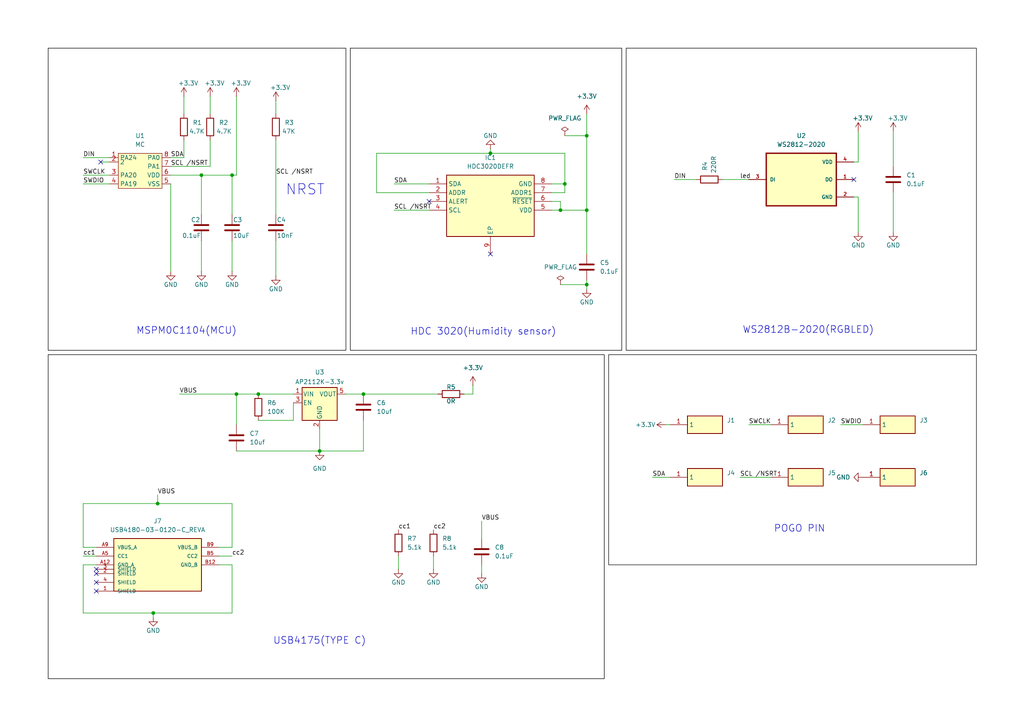
<source format=kicad_sch>
(kicad_sch (version 20250114) (generator "eeschema") (generator_version "9.0")
  (paper "A4")
  (title_block (title "MSPM0C1104_DBGA") (date "2025-07-17") (company "PCB CUPID") (comment 1 "License :  CC BY - SA 4.0"))
  (lib_symbols
    (symbol "Device:C" (pin_numbers (hide yes)) (pin_names (offset 0.254))
      (property "Reference" "C" (at 0.635 2.54 0))
      (property "Value" "C" (at 0.635 -2.54 0))
      (symbol "C_0_1"
        (polyline (pts (xy -2.032 0.762) (xy 2.032 0.762)) (stroke (width 0.508)))
        (polyline (pts (xy -2.032 -0.762) (xy 2.032 -0.762)) (stroke (width 0.508)))
      )
      (symbol "C_1_1"
        (pin passive line (at 0 3.81 270) (length 2.794) (name "~") (number "1"))
        (pin passive line (at 0 -3.81 90) (length 2.794) (name "~") (number "2"))
      )
    )
    (symbol "Device:R" (pin_numbers (hide yes)) (pin_names (offset 0))
      (property "Reference" "R" (at 2.032 0 90))
      (property "Value" "R" (at 0 0 90))
      (symbol "R_0_1"
        (rectangle (start -1.016 -2.54) (end 1.016 2.54) (stroke (width 0.254)))
      )
      (symbol "R_1_1"
        (pin passive line (at 0 3.81 270) (length 1.27) (name "~") (number "1"))
        (pin passive line (at 0 -3.81 90) (length 1.27) (name "~") (number "2"))
      )
    )
    (symbol "HDC3020DPER:HDC3020DEFR"
      (property "Reference" "IC" (at 31.75 7.62 0))
      (property "Value" "HDC3020DEFR" (at 31.75 5.08 0))
      (symbol "HDC3020DEFR_1_1"
        (rectangle (start 5.08 2.54) (end 30.48 -15.24) (stroke (width 0.254)) (fill (type background)))
        (pin passive line (at 0 0 0) (length 5.08) (name "SDA") (number "1"))
        (pin passive line (at 0 -2.54 0) (length 5.08) (name "ADDR") (number "2"))
        (pin passive line (at 0 -5.08 0) (length 5.08) (name "ALERT") (number "3"))
        (pin passive line (at 0 -7.62 0) (length 5.08) (name "SCL") (number "4"))
        (pin passive line (at 17.78 -20.32 90) (length 5.08) (name "EP") (number "9"))
        (pin passive line (at 35.56 0 180) (length 5.08) (name "GND") (number "8"))
        (pin passive line (at 35.56 -2.54 180) (length 5.08) (name "ADDR1") (number "7"))
        (pin passive line (at 35.56 -5.08 180) (length 5.08) (name "~{RESET}") (number "6"))
        (pin passive line (at 35.56 -7.62 180) (length 5.08) (name "VDD") (number "5"))
      )
    )
    (symbol "MCU_MSPM0C1104_symb:TI_MSPM0C1104"
      (property "Reference" "U1" (at 0 10.16 0))
      (property "Value" "MC" (at 0 7.62 0))
      (symbol "TI_MSPM0C1104_1_1"
        (rectangle (start -6.35 5.08) (end 6.35 -5.08) (fill (type background)))
        (pin bidirectional line (at -8.89 3.81 0) (length 2.54) (name "PA24") (number "1"))
        (pin bidirectional line (at -8.89 2.54 0) (length 2.54) (name "2") (number "2"))
        (pin bidirectional line (at -8.89 -1.27 0) (length 2.54) (name "PA20") (number "3"))
        (pin bidirectional line (at -8.89 -3.81 0) (length 2.54) (name "PA19") (number "4"))
        (pin bidirectional line (at 8.89 3.81 180) (length 2.54) (name "PA0") (number "8"))
        (pin bidirectional line (at 8.89 1.27 180) (length 2.54) (name "PA1") (number "7"))
        (pin power_in line (at 8.89 -1.27 180) (length 2.54) (name "VDD") (number "6"))
        (pin power_in line (at 8.89 -3.81 180) (length 2.54) (name "VSS") (number "5"))
      )
    )
    (symbol "RGB_LED_WS2812-2020:WS2812-2020" (pin_names (offset 1.016))
      (property "Reference" "U" (at -10.16 7.62 0))
      (property "Value" "WS2812-2020" (at -10.16 -10.16 0))
      (symbol "WS2812-2020_0_0"
        (rectangle (start -10.16 -7.62) (end 10.16 7.62) (stroke (width 0.4064)) (fill (type background)))
        (pin input line (at -15.24 0 0) (length 5.08) (name "DI") (number "3"))
        (pin power_in line (at 15.24 5.08 180) (length 5.08) (name "VDD") (number "4"))
        (pin output line (at 15.24 0 180) (length 5.08) (name "DO") (number "1"))
        (pin power_in line (at 15.24 -5.08 180) (length 5.08) (name "GND") (number "2"))
      )
    )
    (symbol "Regulator_Linear:AP2112K-3.3" (pin_names (offset 0.254))
      (property "Reference" "U" (at -5.08 5.715 0))
      (property "Value" "AP2112K-3.3" (at 0 5.715 0))
      (symbol "AP2112K-3.3_0_1"
        (rectangle (start -5.08 4.445) (end 5.08 -5.08) (stroke (width 0.254)) (fill (type background)))
      )
      (symbol "AP2112K-3.3_1_1"
        (pin power_in line (at -7.62 2.54 0) (length 2.54) (name "VIN") (number "1"))
        (pin input line (at -7.62 0 0) (length 2.54) (name "EN") (number "3"))
        (pin power_in line (at 0 -7.62 90) (length 2.54) (name "GND") (number "2"))
        (pin no_connect line (at 5.08 0 180) (length 2.54) (hide yes) (name "NC") (number "4"))
        (pin power_out line (at 7.62 2.54 180) (length 2.54) (name "VOUT") (number "5"))
      )
    )
    (symbol "TYPE_C:USB4180-03-0120-C_REVA" (pin_names (offset 1.016))
      (property "Reference" "J7" (at 0 12.7 0))
      (property "Value" "USB4180-03-0120-C_REVA" (at 0 10.16 0))
      (symbol "USB4180-03-0120-C_REVA_0_0"
        (rectangle (start -12.7 -7.62) (end 12.7 7.62) (stroke (width 0.254)) (fill (type background)))
        (pin power_in line (at -17.78 5.08 0) (length 5.08) (name "VBUS_A") (number "A9"))
        (pin bidirectional line (at -17.78 2.54 0) (length 5.08) (name "CC1") (number "A5"))
        (pin power_in line (at -17.78 0 0) (length 5.08) (name "GND_A") (number "A12"))
        (pin passive line (at -17.78 -1.27 0) (length 5.08) (name "SHIELD") (number "3"))
        (pin passive line (at -17.78 -2.54 0) (length 5.08) (name "SHIELD") (number "2"))
        (pin passive line (at -17.78 -5.08 0) (length 5.08) (name "SHIELD") (number "4"))
        (pin power_in line (at 17.78 5.08 180) (length 5.08) (name "VBUS_B") (number "B9"))
        (pin bidirectional line (at 17.78 2.54 180) (length 5.08) (name "CC2") (number "B5"))
        (pin power_in line (at 17.78 0 180) (length 5.08) (name "GND_B") (number "B12"))
      )
      (symbol "USB4180-03-0120-C_REVA_1_0"
        (pin passive line (at -17.78 -7.62 0) (length 5.08) (name "SHIELD") (number "1"))
      )
    )
    (symbol "pogosmdconn1.0x:0950-0-15-20-64-14-11-0"
      (property "Reference" "J" (at 16.51 7.62 0))
      (property "Value" "0950-0-15-20-64-14-11-0" (at 16.51 5.08 0))
      (symbol "0950-0-15-20-64-14-11-0_1_1"
        (rectangle (start 5.08 2.54) (end 15.24 -2.54) (stroke (width 0.254)) (fill (type background)))
        (pin passive line (at 0 0 0) (length 5.08) (name "1") (number "1"))
      )
    )
    (symbol "power:+3.3V" (power) (pin_numbers (hide yes)) (pin_names (offset 0) (hide yes))
      (property "Value" "+3.3V" (at 0 3.556 0))
      (symbol "+3.3V_0_1"
        (polyline (pts (xy -0.762 1.27) (xy 0 2.54)))
        (polyline (pts (xy 0 2.54) (xy 0.762 1.27)))
        (polyline (pts (xy 0 0) (xy 0 2.54)))
      )
      (symbol "+3.3V_1_1"
        (pin power_in line (at 0 0 90) (length 0) (name "~") (number "1"))
      )
    )
    (symbol "power:GND" (power) (pin_numbers (hide yes)) (pin_names (offset 0) (hide yes))
      (property "Value" "GND" (at 0 -3.81 0))
      (symbol "GND_0_1"
        (polyline (pts (xy 0 0) (xy 0 -1.27) (xy 1.27 -1.27) (xy 0 -2.54) (xy -1.27 -1.27) (xy 0 -1.27)))
      )
      (symbol "GND_1_1"
        (pin power_in line (at 0 0 270) (length 0) (name "~") (number "1"))
      )
    )
    (symbol "power:PWR_FLAG" (power) (pin_numbers (hide yes)) (pin_names (offset 0) (hide yes))
      (property "Value" "PWR_FLAG" (at 0 3.81 0))
      (symbol "PWR_FLAG_0_0"
        (pin power_out line (at 0 0 90) (length 0) (name "~") (number "1"))
      )
      (symbol "PWR_FLAG_0_1"
        (polyline (pts (xy 0 0) (xy 0 1.27) (xy -1.016 1.905) (xy 0 2.54) (xy 1.016 1.905) (xy 0 1.27)))
      )
    )
  )
  (rectangle (start 13.97 102.87) (end 175.26 196.85) (stroke (width 0) (color 0 0 0 1)))
  (rectangle (start 176.53 102.87) (end 283.21 163.83) (stroke (width 0) (color 0 0 0 1)))
  (rectangle (start 181.61 13.97) (end 283.21 101.6) (stroke (width 0) (color 0 0 0 1)))
  (rectangle (start 101.6 13.97) (end 180.34 101.6) (stroke (width 0) (color 0 0 0 1)))
  (rectangle (start 13.97 13.97) (end 100.33 101.6) (stroke (width 0) (color 0 0 0 1)))
  (text "POGO PIN\n" (at 231.902 153.416 0) (effects (font (size 2 2))))
  (text "USB4175(TYPE C)" (at 92.71 185.928 0) (effects (font (size 2 2))))
  (text "NRST " (at 89.662 55.118 0) (effects (font (size 3 3))))
  (text "HDC 3020(Humidity sensor)" (at 140.208 96.266 0) (effects (font (size 2 2))))
  (text "WS2812B-2020(RGBLED)" (at 234.442 95.758 0) (effects (font (size 2 2))))
  (text "MSPM0C1104(MCU)" (at 54.102 96.012 0) (effects (font (size 2 2))))
  (junction (at 163.83 53.34))
  (junction (at 74.93 114.3))
  (junction (at 67.31 50.8))
  (junction (at 170.18 82.55))
  (junction (at 105.41 114.3))
  (junction (at 170.18 39.37))
  (junction (at 170.18 60.96))
  (junction (at 45.72 146.05))
  (junction (at 58.42 50.8))
  (junction (at 92.71 130.81))
  (junction (at 142.24 44.45))
  (junction (at 68.58 114.3))
  (junction (at 162.56 60.96))
  (junction (at 44.45 177.8))
  (no_connect (at 142.24 73.66))
  (no_connect (at 124.46 58.42))
  (no_connect (at 27.94 171.45))
  (no_connect (at 247.65 52.07))
  (no_connect (at 27.94 165.1))
  (no_connect (at 27.94 166.37))
  (no_connect (at 27.94 168.91))
  (no_connect (at 29.21 46.99))
  (wire (pts (xy 67.31 50.8) (xy 67.31 62.23)))
  (wire (pts (xy 142.24 43.18) (xy 142.24 44.45)))
  (wire (pts (xy 105.41 121.92) (xy 105.41 130.81)))
  (wire (pts (xy 68.58 130.81) (xy 92.71 130.81)))
  (wire (pts (xy 27.94 163.83) (xy 24.13 163.83)))
  (wire (pts (xy 139.7 151.13) (xy 139.7 156.21)))
  (wire (pts (xy 44.45 177.8) (xy 67.31 177.8)))
  (wire (pts (xy 80.01 69.85) (xy 80.01 80.01)))
  (wire (pts (xy 259.08 67.31) (xy 259.08 55.88)))
  (wire (pts (xy 67.31 163.83) (xy 63.5 163.83)))
  (wire (pts (xy 163.83 53.34) (xy 163.83 55.88)))
  (wire (pts (xy 100.33 114.3) (xy 105.41 114.3)))
  (wire (pts (xy 74.93 114.3) (xy 85.09 114.3)))
  (wire (pts (xy 49.53 53.34) (xy 49.53 78.74)))
  (wire (pts (xy 24.13 50.8) (xy 31.75 50.8)))
  (wire (pts (xy 24.13 161.29) (xy 27.94 161.29)))
  (wire (pts (xy 160.02 53.34) (xy 163.83 53.34)))
  (wire (pts (xy 68.58 114.3) (xy 68.58 123.19)))
  (wire (pts (xy 60.96 48.26) (xy 49.53 48.26)))
  (wire (pts (xy 80.01 29.21) (xy 80.01 33.02)))
  (wire (pts (xy 49.53 50.8) (xy 58.42 50.8)))
  (wire (pts (xy 142.24 44.45) (xy 109.22 44.45)))
  (wire (pts (xy 137.16 114.3) (xy 134.62 114.3)))
  (wire (pts (xy 24.13 163.83) (xy 24.13 177.8)))
  (wire (pts (xy 53.34 27.94) (xy 53.34 33.02)))
  (wire (pts (xy 115.57 161.29) (xy 115.57 165.1)))
  (wire (pts (xy 53.34 40.64) (xy 53.34 45.72)))
  (wire (pts (xy 68.58 50.8) (xy 67.31 50.8)))
  (wire (pts (xy 67.31 158.75) (xy 63.5 158.75)))
  (wire (pts (xy 189.23 138.43) (xy 194.31 138.43)))
  (wire (pts (xy 24.13 177.8) (xy 44.45 177.8)))
  (wire (pts (xy 85.09 121.92) (xy 85.09 116.84)))
  (wire (pts (xy 67.31 78.74) (xy 67.31 69.85)))
  (wire (pts (xy 125.73 161.29) (xy 125.73 165.1)))
  (wire (pts (xy 139.7 166.37) (xy 139.7 163.83)))
  (wire (pts (xy 74.93 121.92) (xy 85.09 121.92)))
  (wire (pts (xy 92.71 130.81) (xy 105.41 130.81)))
  (wire (pts (xy 248.92 38.1) (xy 248.92 46.99)))
  (wire (pts (xy 92.71 124.46) (xy 92.71 130.81)))
  (wire (pts (xy 163.83 44.45) (xy 142.24 44.45)))
  (wire (pts (xy 162.56 82.55) (xy 170.18 82.55)))
  (wire (pts (xy 109.22 55.88) (xy 124.46 55.88)))
  (wire (pts (xy 193.04 123.19) (xy 194.31 123.19)))
  (wire (pts (xy 195.58 52.07) (xy 201.93 52.07)))
  (wire (pts (xy 137.16 111.76) (xy 137.16 114.3)))
  (wire (pts (xy 60.96 27.94) (xy 60.96 33.02)))
  (wire (pts (xy 52.07 114.3) (xy 68.58 114.3)))
  (wire (pts (xy 162.56 58.42) (xy 162.56 60.96)))
  (wire (pts (xy 44.45 177.8) (xy 44.45 179.07)))
  (wire (pts (xy 24.13 53.34) (xy 31.75 53.34)))
  (wire (pts (xy 53.34 45.72) (xy 49.53 45.72)))
  (wire (pts (xy 248.92 67.31) (xy 248.92 57.15)))
  (wire (pts (xy 163.83 39.37) (xy 170.18 39.37)))
  (wire (pts (xy 109.22 44.45) (xy 109.22 55.88)))
  (wire (pts (xy 162.56 60.96) (xy 170.18 60.96)))
  (wire (pts (xy 163.83 44.45) (xy 163.83 53.34)))
  (wire (pts (xy 160.02 58.42) (xy 162.56 58.42)))
  (wire (pts (xy 80.01 40.64) (xy 80.01 62.23)))
  (wire (pts (xy 259.08 38.1) (xy 259.08 48.26)))
  (wire (pts (xy 24.13 146.05) (xy 24.13 158.75)))
  (wire (pts (xy 45.72 143.51) (xy 45.72 146.05)))
  (wire (pts (xy 214.63 138.43) (xy 223.52 138.43)))
  (wire (pts (xy 58.42 62.23) (xy 58.42 50.8)))
  (wire (pts (xy 114.3 60.96) (xy 124.46 60.96)))
  (wire (pts (xy 67.31 146.05) (xy 67.31 158.75)))
  (wire (pts (xy 68.58 27.94) (xy 68.58 50.8)))
  (wire (pts (xy 248.92 46.99) (xy 247.65 46.99)))
  (wire (pts (xy 170.18 83.82) (xy 170.18 82.55)))
  (wire (pts (xy 45.72 146.05) (xy 67.31 146.05)))
  (wire (pts (xy 209.55 52.07) (xy 217.17 52.07)))
  (wire (pts (xy 105.41 114.3) (xy 127 114.3)))
  (wire (pts (xy 67.31 177.8) (xy 67.31 163.83)))
  (wire (pts (xy 58.42 78.74) (xy 58.42 69.85)))
  (wire (pts (xy 60.96 40.64) (xy 60.96 48.26)))
  (wire (pts (xy 170.18 39.37) (xy 170.18 60.96)))
  (wire (pts (xy 248.92 57.15) (xy 247.65 57.15)))
  (wire (pts (xy 217.17 123.19) (xy 223.52 123.19)))
  (wire (pts (xy 160.02 60.96) (xy 162.56 60.96)))
  (wire (pts (xy 170.18 82.55) (xy 170.18 81.28)))
  (wire (pts (xy 160.02 55.88) (xy 163.83 55.88)))
  (wire (pts (xy 68.58 114.3) (xy 74.93 114.3)))
  (wire (pts (xy 58.42 50.8) (xy 67.31 50.8)))
  (wire (pts (xy 24.13 45.72) (xy 31.75 45.72)))
  (wire (pts (xy 243.84 123.19) (xy 250.19 123.19)))
  (wire (pts (xy 170.18 39.37) (xy 170.18 33.02)))
  (wire (pts (xy 63.5 161.29) (xy 67.31 161.29)))
  (wire (pts (xy 114.3 53.34) (xy 124.46 53.34)))
  (wire (pts (xy 170.18 60.96) (xy 170.18 73.66)))
  (wire (pts (xy 24.13 158.75) (xy 27.94 158.75)))
  (wire (pts (xy 29.21 46.99) (xy 31.75 46.99)))
  (wire (pts (xy 24.13 146.05) (xy 45.72 146.05)))
  (label "VBUS" (at 45.72 143.51 0))
  (label "SWDIO" (at 24.13 53.34 0))
  (label "SCL {slash}NSRT" (at 49.53 48.26 0))
  (label "SCL {slash}NSRT" (at 114.3 60.96 0))
  (label "cc2" (at 67.31 161.29 0))
  (label "VBUS" (at 139.7 151.13 0))
  (label "SDA" (at 189.23 138.43 0))
  (label "SWCLK" (at 217.17 123.19 0))
  (label "SDA" (at 114.3 53.34 0))
  (label "SWDIO" (at 243.84 123.19 0))
  (label "SDA" (at 49.53 45.72 0))
  (label "led" (at 214.63 52.07 0))
  (label "cc1" (at 115.57 153.67 0))
  (label "SCL {slash}NSRT" (at 80.01 50.8 0))
  (label "SCL {slash}NSRT" (at 214.63 138.43 0))
  (label "DIN" (at 195.58 52.07 0))
  (label "DIN" (at 24.13 45.72 0))
  (label "SWCLK" (at 24.13 50.8 0))
  (label "cc1" (at 24.13 161.29 0))
  (label "VBUS" (at 52.07 114.3 0))
  (label "cc2" (at 125.73 153.67 0))
  (symbol (lib_id "Device:C") (at 170.18 77.47 0) (unit 1)
    (property "Reference" "C5" (at 173.99 76.1999 0) (effects (justify left)))
    (property "Value" "0.1uF" (at 173.99 78.7399 0) (effects (justify left)))
    (property "Footprint" "Capacitor_SMD:C_0201_0603Metric_Pad0.64x0.40mm_HandSolder" (effects (hide yes)))
    (property "Description" "Unpolarized capacitor" (effects (hide yes)))
  )
  (symbol (lib_id "Device:R") (at 115.57 157.48 0) (unit 1)
    (property "Reference" "R7" (at 118.11 156.2099 0) (effects (justify left)))
    (property "Value" "5.1k" (at 118.11 158.7499 0) (effects (justify left)))
    (property "Footprint" "Resistor_SMD:R_0201_0603Metric_Pad0.64x0.40mm_HandSolder" (effects (hide yes)))
    (property "Description" "Resistor" (effects (hide yes)))
  )
  (symbol (lib_id "pogosmdconn1.0x:0950-0-15-20-64-14-11-0") (at 194.31 138.43 0) (unit 1)
    (property "Reference" "J4" (at 210.82 137.1599 0) (effects (justify left)))
    (property "Value" "0950-0-15-20-64-14-11-0" (effects (hide yes)))
    (property "Footprint" "TestPoint:TestPoint_Pad_D1.0mm" (effects (hide yes)))
    (property "Datasheet" "https://www.mill-max.com/products/datasheet/pinsrecs/0950-0-15-20-64-14-11-0" (effects (hide yes)))
    (property "Description" "Terminals Low Profile SMT Spring-Loaded Pin, No Tail" (effects (hide yes)))
    (property "Height" "4.35" (effects (hide yes)))
    (property "Mouser Part Number" "575-950015206414110" (effects (hide yes)))
    (property "Mouser Price/Stock" "https://www.mouser.co.uk/ProductDetail/Mill-Max/0950-0-15-20-64-14-11-0?qs=Rp5uXu7WBW9LG1wC%2F4qaxA%3D%3D" (effects (hide yes)))
    (property "Manufacturer_Name" "Mill-Max" (effects (hide yes)))
    (property "Manufacturer_Part_Number" "0950-0-15-20-64-14-11-0" (effects (hide yes)))
  )
  (symbol (lib_id "power:+3.3V") (at 137.16 111.76 0) (unit 1)
    (property "Reference" "#PWR016" (effects (hide yes)))
    (property "Value" "+3.3V" (at 137.16 106.68 0))
    (property "Description" "Power symbol creates a global label with name \"+3.3V\"" (effects (hide yes)))
  )
  (symbol (lib_id "power:GND") (at 248.92 67.31 0) (unit 1)
    (property "Reference" "#PWR09" (effects (hide yes)))
    (property "Value" "GND" (at 248.92 71.12 0))
    (property "Description" "Power symbol creates a global label with name \"GND\" , ground" (effects (hide yes)))
  )
  (symbol (lib_id "Regulator_Linear:AP2112K-3.3") (at 92.71 116.84 0) (unit 1)
    (property "Reference" "U3" (at 92.71 107.95 0))
    (property "Value" "AP2112K-3.3v" (at 92.71 110.744 0))
    (property "Footprint" "Package_TO_SOT_SMD:SOT-23-5" (effects (hide yes)))
    (property "Datasheet" "https://www.diodes.com/assets/Datasheets/AP2112.pdf" (effects (hide yes)))
    (property "Description" "600mA low dropout linear regulator, with enable pin, 3.8V-6V input voltage range, 3.3V fixed positive output, SOT-23-5" (effects (hide yes)))
  )
  (symbol (lib_id "power:GND") (at 250.19 138.43 270) (unit 1)
    (property "Reference" "#PWR019" (effects (hide yes)))
    (property "Value" "GND" (at 246.634 138.43 90) (effects (justify right)))
    (property "Description" "Power symbol creates a global label with name \"GND\" , ground" (effects (hide yes)))
  )
  (symbol (lib_id "power:+3.3V") (at 60.96 27.94 0) (unit 1)
    (property "Reference" "#PWR02" (effects (hide yes)))
    (property "Value" "+3.3V" (at 62.23 24.13 0))
    (property "Description" "Power symbol creates a global label with name \"+3.3V\"" (effects (hide yes)))
  )
  (symbol (lib_id "power:+3.3V") (at 193.04 123.19 90) (unit 1)
    (property "Reference" "#PWR017" (effects (hide yes)))
    (property "Value" "+3.3V" (at 187.198 123.19 90))
    (property "Description" "Power symbol creates a global label with name \"+3.3V\"" (effects (hide yes)))
  )
  (symbol (lib_id "RGB_LED_WS2812-2020:WS2812-2020") (at 232.41 52.07 0) (unit 1)
    (property "Reference" "U2" (at 232.41 39.37 0))
    (property "Value" "WS2812-2020" (at 232.41 41.91 0))
    (property "Footprint" "pcp-kicad_lib:LED_WS2812-2020" (effects (hide yes)))
    (property "MF" "Worldsemi" (effects (hide yes)))
    (property "MAXIMUM_PACKAGE_HEIGHT" "0.84 mm" (effects (hide yes)))
    (property "Package" "Package" (effects (hide yes)))
    (property "Price" "None" (effects (hide yes)))
    (property "Check_prices" "https://www.snapeda.com/parts/WS2812-2020/Worldsemi/view-part/?ref=eda" (effects (hide yes)))
    (property "STANDARD" "Manufacturer Recommendations" (effects (hide yes)))
    (property "PARTREV" "V1.3" (effects (hide yes)))
    (property "SnapEDA_Link" "https://www.snapeda.com/parts/WS2812-2020/Worldsemi/view-part/?ref=snap" (effects (hide yes)))
    (property "MP" "WS2812-2020" (effects (hide yes)))
    (property "Description_1" "Intelligent control LED light source, SMD-4" (effects (hide yes)))
    (property "MANUFACTURER" "Worldsemi" (effects (hide yes)))
    (property "Availability" "Not in stock" (effects (hide yes)))
    (property "SNAPEDA_PN" "WS2812-2020" (effects (hide yes)))
  )
  (symbol (lib_id "Device:C") (at 259.08 52.07 0) (unit 1)
    (property "Reference" "C1" (at 262.89 50.7999 0) (effects (justify left)))
    (property "Value" "0.1uF" (at 262.89 53.3399 0) (effects (justify left)))
    (property "Footprint" "Capacitor_SMD:C_0201_0603Metric_Pad0.64x0.40mm_HandSolder" (effects (hide yes)))
    (property "Description" "Unpolarized capacitor" (effects (hide yes)))
  )
  (symbol (lib_id "power:GND") (at 115.57 165.1 0) (unit 1)
    (property "Reference" "#PWR020" (effects (hide yes)))
    (property "Value" "GND" (at 115.57 168.91 0))
    (property "Description" "Power symbol creates a global label with name \"GND\" , ground" (effects (hide yes)))
  )
  (symbol (lib_id "power:+3.3V") (at 53.34 27.94 0) (unit 1)
    (property "Reference" "#PWR01" (effects (hide yes)))
    (property "Value" "+3.3V" (at 54.61 24.13 0))
    (property "Description" "Power symbol creates a global label with name \"+3.3V\"" (effects (hide yes)))
  )
  (symbol (lib_id "power:+3.3V") (at 80.01 29.21 0) (unit 1)
    (property "Reference" "#PWR04" (effects (hide yes)))
    (property "Value" "+3.3V" (at 81.28 25.4 0))
    (property "Description" "Power symbol creates a global label with name \"+3.3V\"" (effects (hide yes)))
  )
  (symbol (lib_id "power:GND") (at 142.24 43.18 180) (unit 1)
    (property "Reference" "#PWR08" (effects (hide yes)))
    (property "Value" "GND" (at 142.24 39.37 0))
    (property "Description" "Power symbol creates a global label with name \"GND\" , ground" (effects (hide yes)))
  )
  (symbol (lib_id "Device:C") (at 68.58 127 0) (unit 1)
    (property "Reference" "C7" (at 72.39 125.7299 0) (effects (justify left)))
    (property "Value" "10uf" (at 72.39 128.2699 0) (effects (justify left)))
    (property "Footprint" "Capacitor_SMD:C_0201_0603Metric_Pad0.64x0.40mm_HandSolder" (effects (hide yes)))
    (property "Description" "Unpolarized capacitor" (effects (hide yes)))
  )
  (symbol (lib_id "power:GND") (at 92.71 130.81 0) (unit 1)
    (property "Reference" "#PWR018" (effects (hide yes)))
    (property "Value" "GND" (at 92.71 135.89 0))
    (property "Description" "Power symbol creates a global label with name \"GND\" , ground" (effects (hide yes)))
  )
  (symbol (lib_id "Device:C") (at 67.31 66.04 0) (unit 1)
    (property "Reference" "C3" (at 67.564 63.754 0) (effects (justify left)))
    (property "Value" "10uF" (at 67.564 68.326 0) (effects (justify left)))
    (property "Footprint" "Capacitor_SMD:C_0201_0603Metric_Pad0.64x0.40mm_HandSolder" (effects (hide yes)))
    (property "Description" "Unpolarized capacitor" (effects (hide yes)))
  )
  (symbol (lib_id "pogosmdconn1.0x:0950-0-15-20-64-14-11-0") (at 223.52 123.19 0) (unit 1)
    (property "Reference" "J2" (at 240.03 121.9199 0) (effects (justify left)))
    (property "Value" "0950-0-15-20-64-14-11-0" (effects (hide yes)))
    (property "Footprint" "TestPoint:TestPoint_Pad_D1.0mm" (effects (hide yes)))
    (property "Datasheet" "https://www.mill-max.com/products/datasheet/pinsrecs/0950-0-15-20-64-14-11-0" (effects (hide yes)))
    (property "Description" "Terminals Low Profile SMT Spring-Loaded Pin, No Tail" (effects (hide yes)))
    (property "Height" "4.35" (effects (hide yes)))
    (property "Mouser Part Number" "575-950015206414110" (effects (hide yes)))
    (property "Mouser Price/Stock" "https://www.mouser.co.uk/ProductDetail/Mill-Max/0950-0-15-20-64-14-11-0?qs=Rp5uXu7WBW9LG1wC%2F4qaxA%3D%3D" (effects (hide yes)))
    (property "Manufacturer_Name" "Mill-Max" (effects (hide yes)))
    (property "Manufacturer_Part_Number" "0950-0-15-20-64-14-11-0" (effects (hide yes)))
  )
  (symbol (lib_id "Device:R") (at 74.93 118.11 0) (unit 1)
    (property "Reference" "R6" (at 77.47 116.8399 0) (effects (justify left)))
    (property "Value" "100K" (at 77.47 119.3799 0) (effects (justify left)))
    (property "Footprint" "Resistor_SMD:R_0201_0603Metric_Pad0.64x0.40mm_HandSolder" (effects (hide yes)))
    (property "Description" "Resistor" (effects (hide yes)))
  )
  (symbol (lib_id "pogosmdconn1.0x:0950-0-15-20-64-14-11-0") (at 194.31 123.19 0) (unit 1)
    (property "Reference" "J1" (at 210.82 121.92 0) (effects (justify left)))
    (property "Value" "0950-0-15-20-64-14-11-0" (effects (hide yes)))
    (property "Footprint" "TestPoint:TestPoint_Pad_D1.0mm" (effects (hide yes)))
    (property "Datasheet" "https://www.mill-max.com/products/datasheet/pinsrecs/0950-0-15-20-64-14-11-0" (effects (hide yes)))
    (property "Description" "Terminals Low Profile SMT Spring-Loaded Pin, No Tail" (effects (hide yes)))
    (property "Height" "4.35" (effects (hide yes)))
    (property "Mouser Part Number" "575-950015206414110" (effects (hide yes)))
    (property "Mouser Price/Stock" "https://www.mouser.co.uk/ProductDetail/Mill-Max/0950-0-15-20-64-14-11-0?qs=Rp5uXu7WBW9LG1wC%2F4qaxA%3D%3D" (effects (hide yes)))
    (property "Manufacturer_Name" "Mill-Max" (effects (hide yes)))
    (property "Manufacturer_Part_Number" "0950-0-15-20-64-14-11-0" (effects (hide yes)))
  )
  (symbol (lib_id "TYPE_C:USB4180-03-0120-C_REVA") (at 45.72 163.83 0) (unit 1)
    (property "Reference" "J7" (at 45.72 151.13 0))
    (property "Value" "USB4180-03-0120-C_REVA" (at 45.72 153.67 0))
    (property "Footprint" "pcp-kicad_lib:USB4180030120C" (effects (hide yes)))
    (property "DigiKey_Part_Number" "2073-USB4180-03-0120-CTR-ND" (effects (hide yes)))
    (property "SnapEDA_Link" "https://www.snapeda.com/parts/USB4180-03-0120-C/Global+Connector+Technology/view-part/?ref=snap" (effects (hide yes)))
    (property "MAXIMUM_PACKAGE_HEIGHT" "11.16mm" (effects (hide yes)))
    (property "Package" "None" (effects (hide yes)))
    (property "Check_prices" "https://www.snapeda.com/parts/USB4180-03-0120-C/Global+Connector+Technology/view-part/?ref=eda" (effects (hide yes)))
    (property "STANDARD" "Manufacturer Recommendations" (effects (hide yes)))
    (property "PARTREV" "A" (effects (hide yes)))
    (property "MF" "Global Connector Technology" (effects (hide yes)))
    (property "MP" "USB4180-03-0120-C" (effects (hide yes)))
    (property "Description_1" "Type C USB Charging Connector" (effects (hide yes)))
    (property "SNAPEDA_PN" "USB4180-03-0120-C" (effects (hide yes)))
    (property "MANUFACTURER" "Global Connector Technology" (effects (hide yes)))
  )
  (symbol (lib_id "Device:R") (at 125.73 157.48 0) (unit 1)
    (property "Reference" "R8" (at 128.27 156.2099 0) (effects (justify left)))
    (property "Value" "5.1k" (at 128.27 158.7499 0) (effects (justify left)))
    (property "Footprint" "Resistor_SMD:R_0201_0603Metric_Pad0.64x0.40mm_HandSolder" (effects (hide yes)))
    (property "Description" "Resistor" (effects (hide yes)))
  )
  (symbol (lib_id "power:GND") (at 170.18 83.82 0) (unit 1)
    (property "Reference" "#PWR015" (effects (hide yes)))
    (property "Value" "GND" (at 170.18 87.63 0))
    (property "Description" "Power symbol creates a global label with name \"GND\" , ground" (effects (hide yes)))
  )
  (symbol (lib_id "power:GND") (at 125.73 165.1 0) (unit 1)
    (property "Reference" "#PWR021" (effects (hide yes)))
    (property "Value" "GND" (at 125.73 168.91 0))
    (property "Description" "Power symbol creates a global label with name \"GND\" , ground" (effects (hide yes)))
  )
  (symbol (lib_id "Device:C") (at 105.41 118.11 0) (unit 1)
    (property "Reference" "C6" (at 109.22 116.8399 0) (effects (justify left)))
    (property "Value" "10uf" (at 109.22 119.3799 0) (effects (justify left)))
    (property "Footprint" "Capacitor_SMD:C_0201_0603Metric_Pad0.64x0.40mm_HandSolder" (effects (hide yes)))
    (property "Description" "Unpolarized capacitor" (effects (hide yes)))
  )
  (symbol (lib_id "Device:C") (at 139.7 160.02 0) (unit 1)
    (property "Reference" "C8" (at 143.51 158.7499 0) (effects (justify left)))
    (property "Value" "0.1uF" (at 143.51 161.2899 0) (effects (justify left)))
    (property "Footprint" "Capacitor_SMD:C_0201_0603Metric_Pad0.64x0.40mm_HandSolder" (effects (hide yes)))
    (property "Description" "Unpolarized capacitor" (effects (hide yes)))
  )
  (symbol (lib_id "pogosmdconn1.0x:0950-0-15-20-64-14-11-0") (at 250.19 138.43 0) (unit 1)
    (property "Reference" "J6" (at 266.7 137.1599 0) (effects (justify left)))
    (property "Value" "0950-0-15-20-64-14-11-0" (effects (hide yes)))
    (property "Footprint" "TestPoint:TestPoint_Pad_D1.0mm" (effects (hide yes)))
    (property "Datasheet" "https://www.mill-max.com/products/datasheet/pinsrecs/0950-0-15-20-64-14-11-0" (effects (hide yes)))
    (property "Description" "Terminals Low Profile SMT Spring-Loaded Pin, No Tail" (effects (hide yes)))
    (property "Height" "4.35" (effects (hide yes)))
    (property "Mouser Part Number" "575-950015206414110" (effects (hide yes)))
    (property "Mouser Price/Stock" "https://www.mouser.co.uk/ProductDetail/Mill-Max/0950-0-15-20-64-14-11-0?qs=Rp5uXu7WBW9LG1wC%2F4qaxA%3D%3D" (effects (hide yes)))
    (property "Manufacturer_Name" "Mill-Max" (effects (hide yes)))
    (property "Manufacturer_Part_Number" "0950-0-15-20-64-14-11-0" (effects (hide yes)))
  )
  (symbol (lib_id "power:+3.3V") (at 248.92 38.1 0) (unit 1)
    (property "Reference" "#PWR06" (effects (hide yes)))
    (property "Value" "+3.3V" (at 250.19 34.29 0))
    (property "Description" "Power symbol creates a global label with name \"+3.3V\"" (effects (hide yes)))
  )
  (symbol (lib_id "power:GND") (at 139.7 166.37 0) (unit 1)
    (property "Reference" "#PWR022" (effects (hide yes)))
    (property "Value" "GND" (at 139.7 170.18 0))
    (property "Description" "Power symbol creates a global label with name \"GND\" , ground" (effects (hide yes)))
  )
  (symbol (lib_id "Device:C") (at 58.42 66.04 0) (unit 1)
    (property "Reference" "C2" (at 55.372 63.754 0) (effects (justify left)))
    (property "Value" "0.1uF" (at 52.832 68.326 0) (effects (justify left)))
    (property "Footprint" "Capacitor_SMD:C_0201_0603Metric_Pad0.64x0.40mm_HandSolder" (effects (hide yes)))
    (property "Description" "Unpolarized capacitor" (effects (hide yes)))
  )
  (symbol (lib_id "Device:R") (at 53.34 36.83 0) (unit 1)
    (property "Reference" "R1" (at 55.88 35.5599 0) (effects (justify left)))
    (property "Value" "4.7K" (at 54.864 38.1 0) (effects (justify left)))
    (property "Footprint" "Resistor_SMD:R_0201_0603Metric_Pad0.64x0.40mm_HandSolder" (effects (hide yes)))
    (property "Description" "Resistor" (effects (hide yes)))
  )
  (symbol (lib_id "power:+3.3V") (at 170.18 33.02 0) (unit 1)
    (property "Reference" "#PWR05" (effects (hide yes)))
    (property "Value" "+3.3V" (at 170.18 27.94 0))
    (property "Description" "Power symbol creates a global label with name \"+3.3V\"" (effects (hide yes)))
  )
  (symbol (lib_id "power:+3.3V") (at 68.58 27.94 0) (unit 1)
    (property "Reference" "#PWR03" (effects (hide yes)))
    (property "Value" "+3.3V" (at 69.85 24.13 0))
    (property "Description" "Power symbol creates a global label with name \"+3.3V\"" (effects (hide yes)))
  )
  (symbol (lib_id "power:GND") (at 44.45 179.07 0) (unit 1)
    (property "Reference" "#PWR023" (effects (hide yes)))
    (property "Value" "GND" (at 44.45 182.88 0))
    (property "Description" "Power symbol creates a global label with name \"GND\" , ground" (effects (hide yes)))
  )
  (symbol (lib_id "power:GND") (at 80.01 80.01 0) (unit 1)
    (property "Reference" "#PWR014" (effects (hide yes)))
    (property "Value" "GND" (at 80.01 83.82 0))
    (property "Description" "Power symbol creates a global label with name \"GND\" , ground" (effects (hide yes)))
  )
  (symbol (lib_id "MCU_MSPM0C1104_symb:TI_MSPM0C1104") (at 40.64 49.53 0) (unit 1)
    (property "Reference" "U1" (at 40.64 39.37 0))
    (property "Value" "MC" (at 40.64 41.91 0))
    (property "Footprint" "pcp-kicad_lib:MCU_TI_MSPM0C1104" (effects (hide yes)))
  )
  (symbol (lib_id "Device:R") (at 205.74 52.07 90) (unit 1)
    (property "Reference" "R4" (at 204.4699 49.53 0) (effects (justify left)))
    (property "Value" "220R" (at 207.01 50.292 0) (effects (justify left)))
    (property "Footprint" "Resistor_SMD:R_0201_0603Metric_Pad0.64x0.40mm_HandSolder" (effects (hide yes)))
    (property "Description" "Resistor" (effects (hide yes)))
  )
  (symbol (lib_id "Device:R") (at 60.96 36.83 0) (unit 1)
    (property "Reference" "R2" (at 63.5 35.5599 0) (effects (justify left)))
    (property "Value" "4.7K" (at 62.738 38.1 0) (effects (justify left)))
    (property "Footprint" "Resistor_SMD:R_0201_0603Metric_Pad0.64x0.40mm_HandSolder" (effects (hide yes)))
    (property "Description" "Resistor" (effects (hide yes)))
  )
  (symbol (lib_id "pogosmdconn1.0x:0950-0-15-20-64-14-11-0") (at 250.19 123.19 0) (unit 1)
    (property "Reference" "J3" (at 266.7 121.9199 0) (effects (justify left)))
    (property "Value" "0950-0-15-20-64-14-11-0" (effects (hide yes)))
    (property "Footprint" "TestPoint:TestPoint_Pad_D1.0mm" (effects (hide yes)))
    (property "Datasheet" "https://www.mill-max.com/products/datasheet/pinsrecs/0950-0-15-20-64-14-11-0" (effects (hide yes)))
    (property "Description" "Terminals Low Profile SMT Spring-Loaded Pin, No Tail" (effects (hide yes)))
    (property "Height" "4.35" (effects (hide yes)))
    (property "Mouser Part Number" "575-950015206414110" (effects (hide yes)))
    (property "Mouser Price/Stock" "https://www.mouser.co.uk/ProductDetail/Mill-Max/0950-0-15-20-64-14-11-0?qs=Rp5uXu7WBW9LG1wC%2F4qaxA%3D%3D" (effects (hide yes)))
    (property "Manufacturer_Name" "Mill-Max" (effects (hide yes)))
    (property "Manufacturer_Part_Number" "0950-0-15-20-64-14-11-0" (effects (hide yes)))
  )
  (symbol (lib_id "Device:R") (at 80.01 36.83 0) (unit 1)
    (property "Reference" "R3" (at 82.55 35.5599 0) (effects (justify left)))
    (property "Value" "47K" (at 81.788 38.1 0) (effects (justify left)))
    (property "Footprint" "Resistor_SMD:R_0201_0603Metric_Pad0.64x0.40mm_HandSolder" (effects (hide yes)))
    (property "Description" "Resistor" (effects (hide yes)))
  )
  (symbol (lib_id "power:GND") (at 49.53 78.74 0) (unit 1)
    (property "Reference" "#PWR011" (effects (hide yes)))
    (property "Value" "GND" (at 49.53 82.55 0))
    (property "Description" "Power symbol creates a global label with name \"GND\" , ground" (effects (hide yes)))
  )
  (symbol (lib_id "HDC3020DPER:HDC3020DEFR") (at 124.46 53.34 0) (unit 1)
    (property "Reference" "IC1" (at 142.24 45.72 0))
    (property "Value" "HDC3020DEFR" (at 142.24 48.26 0))
    (property "Footprint" "pcp-kicad_lib:HDC3020DEFR" (effects (hide yes)))
    (property "Datasheet" "https://www.ti.com/lit/ds/symlink/hdc3020.pdf?ts=1668126926092&ref_url=https%253A%252F%252Fwww.ti.com%252Fproduct%252FHDC3020%252Fpart-details%252FPHDC3020DEFT" (effects (hide yes)))
    (property "Description" "Board Mount Humidity Sensors 0.5% RH digital humidity sensor, 0.19% long-term drift, 400 nA, 4-sec response time, NIST traceable" (effects (hide yes)))
    (property "Height" "0.8" (effects (hide yes)))
    (property "Mouser Part Number" "595-HDC3020DEFR" (effects (hide yes)))
    (property "Mouser Price/Stock" "https://www.mouser.co.uk/ProductDetail/Texas-Instruments/HDC3020DEFR?qs=By6Nw2ByBD1TmUvJCvm3uQ%3D%3D" (effects (hide yes)))
    (property "Manufacturer_Name" "Texas Instruments" (effects (hide yes)))
    (property "Manufacturer_Part_Number" "HDC3020DEFR" (effects (hide yes)))
  )
  (symbol (lib_id "power:PWR_FLAG") (at 163.83 39.37 0) (unit 1)
    (property "Reference" "#FLG01" (effects (hide yes)))
    (property "Value" "PWR_FLAG" (at 163.83 34.29 0))
    (property "Description" "Special symbol for telling ERC where power comes from" (effects (hide yes)))
  )
  (symbol (lib_id "power:GND") (at 67.31 78.74 0) (unit 1)
    (property "Reference" "#PWR013" (effects (hide yes)))
    (property "Value" "GND" (at 67.31 82.55 0))
    (property "Description" "Power symbol creates a global label with name \"GND\" , ground" (effects (hide yes)))
  )
  (symbol (lib_id "power:+3.3V") (at 259.08 38.1 0) (unit 1)
    (property "Reference" "#PWR07" (effects (hide yes)))
    (property "Value" "+3.3V" (at 260.35 34.29 0))
    (property "Description" "Power symbol creates a global label with name \"+3.3V\"" (effects (hide yes)))
  )
  (symbol (lib_id "Device:R") (at 130.81 114.3 270) (unit 1)
    (property "Reference" "R5" (at 130.81 112.268 90))
    (property "Value" "0R" (at 130.81 116.332 90))
    (property "Footprint" "Resistor_SMD:R_0201_0603Metric_Pad0.64x0.40mm_HandSolder" (effects (hide yes)))
    (property "Description" "Resistor" (effects (hide yes)))
  )
  (symbol (lib_id "pogosmdconn1.0x:0950-0-15-20-64-14-11-0") (at 223.52 138.43 0) (unit 1)
    (property "Reference" "J5" (at 240.03 137.1599 0) (effects (justify left)))
    (property "Value" "0950-0-15-20-64-14-11-0" (effects (hide yes)))
    (property "Footprint" "TestPoint:TestPoint_Pad_D1.0mm" (effects (hide yes)))
    (property "Datasheet" "https://www.mill-max.com/products/datasheet/pinsrecs/0950-0-15-20-64-14-11-0" (effects (hide yes)))
    (property "Description" "Terminals Low Profile SMT Spring-Loaded Pin, No Tail" (effects (hide yes)))
    (property "Height" "4.35" (effects (hide yes)))
    (property "Mouser Part Number" "575-950015206414110" (effects (hide yes)))
    (property "Mouser Price/Stock" "https://www.mouser.co.uk/ProductDetail/Mill-Max/0950-0-15-20-64-14-11-0?qs=Rp5uXu7WBW9LG1wC%2F4qaxA%3D%3D" (effects (hide yes)))
    (property "Manufacturer_Name" "Mill-Max" (effects (hide yes)))
    (property "Manufacturer_Part_Number" "0950-0-15-20-64-14-11-0" (effects (hide yes)))
  )
  (symbol (lib_id "Device:C") (at 80.01 66.04 0) (unit 1)
    (property "Reference" "C4" (at 80.264 63.754 0) (effects (justify left)))
    (property "Value" "10nF" (at 80.264 68.326 0) (effects (justify left)))
    (property "Footprint" "Capacitor_SMD:C_0201_0603Metric_Pad0.64x0.40mm_HandSolder" (effects (hide yes)))
    (property "Description" "Unpolarized capacitor" (effects (hide yes)))
  )
  (symbol (lib_id "power:GND") (at 259.08 67.31 0) (unit 1)
    (property "Reference" "#PWR010" (effects (hide yes)))
    (property "Value" "GND" (at 259.08 71.12 0))
    (property "Description" "Power symbol creates a global label with name \"GND\" , ground" (effects (hide yes)))
  )
  (symbol (lib_id "power:GND") (at 58.42 78.74 0) (unit 1)
    (property "Reference" "#PWR012" (effects (hide yes)))
    (property "Value" "GND" (at 58.42 82.55 0))
    (property "Description" "Power symbol creates a global label with name \"GND\" , ground" (effects (hide yes)))
  )
  (symbol (lib_id "power:PWR_FLAG") (at 162.56 82.55 0) (unit 1)
    (property "Reference" "#FLG02" (effects (hide yes)))
    (property "Value" "PWR_FLAG" (at 162.56 77.47 0))
    (property "Description" "Special symbol for telling ERC where power comes from" (effects (hide yes)))
  )
)
</source>
